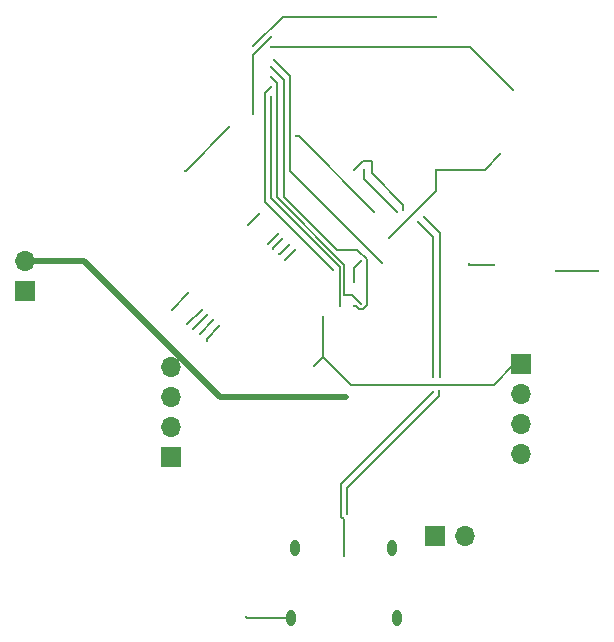
<source format=gbr>
%TF.GenerationSoftware,KiCad,Pcbnew,7.0.9-7.0.9~ubuntu22.04.1*%
%TF.CreationDate,2023-12-21T18:53:40+01:00*%
%TF.ProjectId,lidar 2 round,6c696461-7220-4322-9072-6f756e642e6b,rev?*%
%TF.SameCoordinates,Original*%
%TF.FileFunction,Copper,L2,Bot*%
%TF.FilePolarity,Positive*%
%FSLAX46Y46*%
G04 Gerber Fmt 4.6, Leading zero omitted, Abs format (unit mm)*
G04 Created by KiCad (PCBNEW 7.0.9-7.0.9~ubuntu22.04.1) date 2023-12-21 18:53:40*
%MOMM*%
%LPD*%
G01*
G04 APERTURE LIST*
%TA.AperFunction,ComponentPad*%
%ADD10R,1.700000X1.700000*%
%TD*%
%TA.AperFunction,ComponentPad*%
%ADD11O,1.700000X1.700000*%
%TD*%
%TA.AperFunction,ComponentPad*%
%ADD12O,0.800000X1.400000*%
%TD*%
%TA.AperFunction,ViaPad*%
%ADD13C,0.300000*%
%TD*%
%TA.AperFunction,Conductor*%
%ADD14C,0.200000*%
%TD*%
%TA.AperFunction,Conductor*%
%ADD15C,0.500000*%
%TD*%
G04 APERTURE END LIST*
D10*
%TO.P,J4,1*%
%TO.N,VIN*%
X146710000Y-120750000D03*
D11*
%TO.P,J4,2*%
%TO.N,GND*%
X149250000Y-120750000D03*
%TD*%
D10*
%TO.P,J3,1*%
%TO.N,TMS*%
X124375000Y-114050000D03*
D11*
%TO.P,J3,2*%
%TO.N,TDI*%
X124375000Y-111510000D03*
%TO.P,J3,3*%
%TO.N,TDO*%
X124375000Y-108970000D03*
%TO.P,J3,4*%
%TO.N,TCK*%
X124375000Y-106430000D03*
%TD*%
D10*
%TO.P,J2,1*%
%TO.N,Net-(Q1-E)*%
X112000000Y-100025000D03*
D11*
%TO.P,J2,2*%
%TO.N,+5V*%
X112000000Y-97485000D03*
%TD*%
D12*
%TO.P,USB C,S1,SHIELD*%
%TO.N,GND*%
X134520000Y-127750000D03*
X134880000Y-121800000D03*
X143140000Y-121800000D03*
X143500000Y-127750000D03*
%TD*%
D10*
%TO.P,J1,1*%
%TO.N,+3.3V*%
X154000000Y-106250000D03*
D11*
%TO.P,J1,2*%
%TO.N,RX*%
X154000000Y-108790000D03*
%TO.P,J1,3*%
%TO.N,TX*%
X154000000Y-111330000D03*
%TO.P,J1,4*%
%TO.N,GND*%
X154000000Y-113870000D03*
%TD*%
D13*
%TO.N,GND*%
X142866453Y-95571283D03*
X152267304Y-88454234D03*
X146850000Y-89750000D03*
X130717722Y-127626148D03*
%TO.N,+3.3V*%
X132850000Y-78500000D03*
X136517520Y-106367523D03*
X140464767Y-97481434D03*
X139900000Y-99250000D03*
X131300185Y-85065306D03*
X137290000Y-102250000D03*
%TO.N,+5V*%
X139191338Y-108973346D03*
%TO.N,TMS*%
X127413689Y-104239823D03*
X134885187Y-96576017D03*
X128489185Y-103021876D03*
X134058977Y-97380859D03*
%TO.N,TDI*%
X126827873Y-103641425D03*
X127973407Y-102495891D03*
X134371783Y-96139063D03*
X133546760Y-96904731D03*
%TO.N,TDO*%
X133004827Y-96453729D03*
X127435035Y-102023520D03*
X133802547Y-95599029D03*
X126231334Y-103231609D03*
%TO.N,TCK*%
X132561872Y-96057588D03*
X125749461Y-102829330D03*
X127000000Y-101600000D03*
X133429593Y-95164347D03*
%TO.N,Enable_Motor*%
X129342043Y-86124498D03*
X125588203Y-89847569D03*
%TO.N,Enable*%
X142240000Y-97665000D03*
X133142072Y-80492073D03*
%TO.N,Net-(U5-GPIO0{slash}BOOT)*%
X132850000Y-79350000D03*
X153352335Y-82995075D03*
%TO.N,GPIO1*%
X132850000Y-83600000D03*
X138718767Y-101297904D03*
%TO.N,SCL*%
X139910304Y-101306488D03*
X132850000Y-81050000D03*
%TO.N,SDA*%
X132850000Y-81900000D03*
X140496437Y-101088654D03*
%TO.N,GPIO0*%
X132850000Y-82750000D03*
X138129339Y-98267157D03*
%TO.N,Hall_Effect_Sensor*%
X141605000Y-93345000D03*
X134949056Y-86943836D03*
X151765000Y-97790000D03*
X149595698Y-97765702D03*
X160528000Y-98300000D03*
X156972000Y-98300000D03*
%TO.N,D+*%
X143510000Y-93345000D03*
X145327692Y-94221768D03*
X140700000Y-89750000D03*
X138749437Y-118934388D03*
X146561394Y-108575910D03*
X146561394Y-107335297D03*
X139005851Y-122438844D03*
%TO.N,D-*%
X145774319Y-93721768D03*
X147134105Y-107350895D03*
X139319144Y-118915059D03*
X139850000Y-89750000D03*
X147109374Y-108529123D03*
X144059644Y-93157080D03*
%TO.N,Net-(U5-EN)*%
X131356446Y-79286446D03*
X146850000Y-76800000D03*
%TO.N,SLED*%
X125865385Y-100170297D03*
X130948212Y-94462855D03*
X131868638Y-93542429D03*
X124460000Y-101600000D03*
%TD*%
D14*
%TO.N,GND*%
X152267304Y-88454234D02*
X150971538Y-89750000D01*
X134520000Y-127750000D02*
X130841574Y-127750000D01*
X146850000Y-91587736D02*
X146850000Y-89750000D01*
X130841574Y-127750000D02*
X130717722Y-127626148D01*
X150971538Y-89750000D02*
X146850000Y-89750000D01*
X142866453Y-95571283D02*
X146850000Y-91587736D01*
%TO.N,+3.3V*%
X151765000Y-107950000D02*
X153465000Y-106250000D01*
X153465000Y-106250000D02*
X154000000Y-106250000D01*
X137290000Y-105595043D02*
X139644957Y-107950000D01*
X137290000Y-105595043D02*
X137290000Y-102250000D01*
X139900000Y-98046201D02*
X140464767Y-97481434D01*
X139900000Y-99250000D02*
X139900000Y-98046201D01*
X131300185Y-80049815D02*
X132850000Y-78500000D01*
X131300185Y-85065306D02*
X131300185Y-80049815D01*
X139644957Y-107950000D02*
X151765000Y-107950000D01*
X136517520Y-106367523D02*
X137290000Y-105595043D01*
D15*
%TO.N,+5V*%
X117056346Y-97485000D02*
X112000000Y-97485000D01*
X139191338Y-108973346D02*
X128544692Y-108973346D01*
X128544692Y-108973346D02*
X117056346Y-97485000D01*
D14*
%TO.N,TMS*%
X127413689Y-104097372D02*
X128489185Y-103021876D01*
X127413689Y-104239823D02*
X127413689Y-104097372D01*
X134058977Y-97380859D02*
X134080345Y-97380859D01*
X134080345Y-97380859D02*
X134885187Y-96576017D01*
%TO.N,TDI*%
X133546760Y-96904731D02*
X133606115Y-96904731D01*
X127973407Y-102460278D02*
X127973407Y-102495891D01*
X126827873Y-103641425D02*
X127973407Y-102495891D01*
X133606115Y-96904731D02*
X134371783Y-96139063D01*
%TO.N,TDO*%
X126231334Y-103231609D02*
X126231334Y-103227221D01*
X133004827Y-96396749D02*
X133802547Y-95599029D01*
X126231334Y-103227221D02*
X127435035Y-102023520D01*
X133004827Y-96453729D02*
X133004827Y-96396749D01*
%TO.N,TCK*%
X125749461Y-102829330D02*
X125770670Y-102829330D01*
X132561872Y-96057588D02*
X132561872Y-96032068D01*
X132561872Y-96032068D02*
X133429593Y-95164347D01*
X125770670Y-102829330D02*
X127000000Y-101600000D01*
%TO.N,Enable_Motor*%
X125618972Y-89847569D02*
X129342043Y-86124498D01*
X125588203Y-89847569D02*
X125618972Y-89847569D01*
%TO.N,Enable*%
X134449056Y-89874056D02*
X134449056Y-81799057D01*
X134449056Y-81799057D02*
X133142072Y-80492073D01*
X142240000Y-97665000D02*
X134449056Y-89874056D01*
%TO.N,Net-(U5-GPIO0{slash}BOOT)*%
X149707260Y-79350000D02*
X132850000Y-79350000D01*
X153352335Y-82995075D02*
X149707260Y-79350000D01*
%TO.N,GPIO1*%
X138665000Y-101244137D02*
X138665000Y-97955686D01*
X132850000Y-92140686D02*
X132850000Y-83600000D01*
X138718767Y-101297904D02*
X138665000Y-101244137D01*
X138665000Y-97955686D02*
X132850000Y-92140686D01*
%TO.N,SCL*%
X140139730Y-96520000D02*
X138430000Y-96520000D01*
X140310040Y-101538654D02*
X140682834Y-101538654D01*
X140077874Y-101306488D02*
X140310040Y-101538654D01*
X139910304Y-101306488D02*
X140077874Y-101306488D01*
X133985000Y-92075000D02*
X133985000Y-82185000D01*
X140970000Y-97350270D02*
X140139730Y-96520000D01*
X133985000Y-82185000D02*
X132850000Y-81050000D01*
X140682834Y-101538654D02*
X140970000Y-101251488D01*
X138430000Y-96520000D02*
X133985000Y-92075000D01*
X140970000Y-101251488D02*
X140970000Y-97350270D01*
%TO.N,SDA*%
X139737783Y-100330000D02*
X139065000Y-100330000D01*
X139065000Y-97790000D02*
X133350000Y-92075000D01*
X140496437Y-101088654D02*
X139737783Y-100330000D01*
X133350000Y-82400000D02*
X132850000Y-81900000D01*
X139065000Y-100330000D02*
X139065000Y-97790000D01*
X133350000Y-92075000D02*
X133350000Y-82400000D01*
%TO.N,GPIO0*%
X132315000Y-92452818D02*
X138129339Y-98267157D01*
X132315000Y-83285000D02*
X132315000Y-92452818D01*
X132850000Y-82750000D02*
X132315000Y-83285000D01*
%TO.N,Hall_Effect_Sensor*%
X149619996Y-97790000D02*
X149595698Y-97765702D01*
X156972000Y-98300000D02*
X160528000Y-98300000D01*
X151765000Y-97790000D02*
X149619996Y-97790000D01*
X141605000Y-93345000D02*
X135203836Y-86943836D01*
X135203836Y-86943836D02*
X134949056Y-86943836D01*
%TO.N,D+*%
X138799359Y-119132058D02*
X138799359Y-118984310D01*
X138749437Y-116387867D02*
X138749437Y-118934388D01*
X138799359Y-118984310D02*
X138749437Y-118934388D01*
X140700000Y-90535000D02*
X140700000Y-89750000D01*
X146561394Y-107335297D02*
X146561394Y-95455470D01*
X146561394Y-95455470D02*
X145327692Y-94221768D01*
X146561394Y-108575910D02*
X138749437Y-116387867D01*
X139005851Y-122438844D02*
X139005851Y-119338550D01*
X139005851Y-119338550D02*
X138799359Y-119132058D01*
X143510000Y-93345000D02*
X140700000Y-90535000D01*
%TO.N,D-*%
X139319144Y-116674441D02*
X139319144Y-118915059D01*
X147109374Y-108529123D02*
X147109374Y-108884211D01*
X147134105Y-95081554D02*
X145774319Y-93721768D01*
X147134105Y-107350895D02*
X147134105Y-95081554D01*
X144059644Y-92725573D02*
X141401074Y-90067003D01*
X141401074Y-90067003D02*
X141401074Y-88989925D01*
X144059644Y-93157080D02*
X144059644Y-92725573D01*
X147109374Y-108884211D02*
X139319144Y-116674441D01*
X140610075Y-88989925D02*
X139850000Y-89750000D01*
X141401074Y-88989925D02*
X140610075Y-88989925D01*
%TO.N,Net-(U5-EN)*%
X146850000Y-76800000D02*
X133842892Y-76800000D01*
X133842892Y-76800000D02*
X131356446Y-79286446D01*
%TO.N,SLED*%
X130948212Y-94462855D02*
X131868638Y-93542429D01*
X125865385Y-100194615D02*
X125865385Y-100170297D01*
X124460000Y-101600000D02*
X125865385Y-100194615D01*
%TD*%
M02*

</source>
